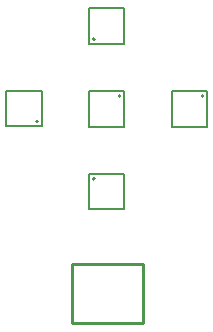
<source format=gto>
G04 Layer_Color=15132400*
%FSLAX25Y25*%
%MOIN*%
G70*
G01*
G75*
%ADD20C,0.01000*%
%ADD24C,0.00787*%
D20*
X244297Y244117D02*
Y263617D01*
X267897D01*
Y244117D02*
Y263617D01*
X244297Y244117D02*
X267897D01*
D24*
X251969Y292126D02*
G03*
X251969Y292126I-394J0D01*
G01*
X288189Y319685D02*
G03*
X288189Y319685I-394J0D01*
G01*
X251969Y338583D02*
G03*
X251969Y338583I-394J0D01*
G01*
X260630Y319685D02*
G03*
X260630Y319685I-394J0D01*
G01*
X233071Y311224D02*
G03*
X233071Y311224I-394J0D01*
G01*
X250000Y281890D02*
Y293701D01*
X261811D01*
Y281890D02*
Y293701D01*
X250000Y281890D02*
X261811D01*
X277559Y321260D02*
X289370D01*
Y309449D02*
Y321260D01*
X277559Y309449D02*
X289370D01*
X277559D02*
Y321260D01*
X250000Y337008D02*
X261811D01*
X250000D02*
Y348819D01*
X261811D01*
Y337008D02*
Y348819D01*
X250000Y321260D02*
X261811D01*
Y309449D02*
Y321260D01*
X250000Y309449D02*
X261811D01*
X250000D02*
Y321260D01*
X234252Y309649D02*
Y321460D01*
X222441Y309649D02*
X234252D01*
X222441D02*
Y321460D01*
X234252D01*
M02*

</source>
